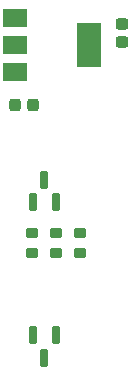
<source format=gbr>
%TF.GenerationSoftware,KiCad,Pcbnew,(6.0.7)*%
%TF.CreationDate,2023-01-08T00:03:09+11:00*%
%TF.ProjectId,Xbox_ATX,58626f78-5f41-4545-982e-6b696361645f,rev?*%
%TF.SameCoordinates,Original*%
%TF.FileFunction,Paste,Top*%
%TF.FilePolarity,Positive*%
%FSLAX46Y46*%
G04 Gerber Fmt 4.6, Leading zero omitted, Abs format (unit mm)*
G04 Created by KiCad (PCBNEW (6.0.7)) date 2023-01-08 00:03:09*
%MOMM*%
%LPD*%
G01*
G04 APERTURE LIST*
G04 Aperture macros list*
%AMRoundRect*
0 Rectangle with rounded corners*
0 $1 Rounding radius*
0 $2 $3 $4 $5 $6 $7 $8 $9 X,Y pos of 4 corners*
0 Add a 4 corners polygon primitive as box body*
4,1,4,$2,$3,$4,$5,$6,$7,$8,$9,$2,$3,0*
0 Add four circle primitives for the rounded corners*
1,1,$1+$1,$2,$3*
1,1,$1+$1,$4,$5*
1,1,$1+$1,$6,$7*
1,1,$1+$1,$8,$9*
0 Add four rect primitives between the rounded corners*
20,1,$1+$1,$2,$3,$4,$5,0*
20,1,$1+$1,$4,$5,$6,$7,0*
20,1,$1+$1,$6,$7,$8,$9,0*
20,1,$1+$1,$8,$9,$2,$3,0*%
G04 Aperture macros list end*
%ADD10RoundRect,0.250000X-0.250000X-0.275000X0.250000X-0.275000X0.250000X0.275000X-0.250000X0.275000X0*%
%ADD11RoundRect,0.175000X-0.175000X0.625000X-0.175000X-0.625000X0.175000X-0.625000X0.175000X0.625000X0*%
%ADD12RoundRect,0.225000X0.275000X-0.225000X0.275000X0.225000X-0.275000X0.225000X-0.275000X-0.225000X0*%
%ADD13RoundRect,0.175000X0.175000X-0.625000X0.175000X0.625000X-0.175000X0.625000X-0.175000X-0.625000X0*%
%ADD14RoundRect,0.250000X-0.275000X0.250000X-0.275000X-0.250000X0.275000X-0.250000X0.275000X0.250000X0*%
%ADD15RoundRect,0.225000X-0.275000X0.225000X-0.275000X-0.225000X0.275000X-0.225000X0.275000X0.225000X0*%
%ADD16R,2.000000X1.500000*%
%ADD17R,2.000000X3.800000*%
G04 APERTURE END LIST*
D10*
%TO.C,C1*%
X160057800Y-83820000D03*
X161607800Y-83820000D03*
%TD*%
D11*
%TO.C,Q1*%
X163510000Y-103329500D03*
X161610000Y-103329500D03*
X162560000Y-105204500D03*
%TD*%
D12*
%TO.C,R1*%
X165608000Y-96329000D03*
X165608000Y-94679000D03*
%TD*%
D13*
%TO.C,Q2*%
X161610000Y-92045000D03*
X163510000Y-92045000D03*
X162560000Y-90170000D03*
%TD*%
D12*
%TO.C,R3*%
X161544000Y-96329000D03*
X161544000Y-94679000D03*
%TD*%
D14*
%TO.C,C2*%
X169164000Y-76949000D03*
X169164000Y-78499000D03*
%TD*%
D15*
%TO.C,R2*%
X163576000Y-94679000D03*
X163576000Y-96329000D03*
%TD*%
D16*
%TO.C,U1*%
X160070000Y-76440000D03*
D17*
X166370000Y-78740000D03*
D16*
X160070000Y-78740000D03*
X160070000Y-81040000D03*
%TD*%
M02*

</source>
